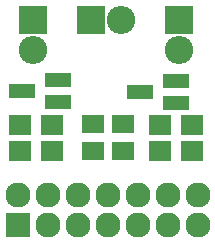
<source format=gbr>
G04 #@! TF.GenerationSoftware,KiCad,Pcbnew,no-vcs-found-7659~57~ubuntu16.10.1*
G04 #@! TF.CreationDate,2017-02-18T23:42:41+01:00*
G04 #@! TF.ProjectId,MysXLedDimmer,4D7973584C656444696D6D65722E6B69,rev?*
G04 #@! TF.FileFunction,Soldermask,Top*
G04 #@! TF.FilePolarity,Negative*
%FSLAX46Y46*%
G04 Gerber Fmt 4.6, Leading zero omitted, Abs format (unit mm)*
G04 Created by KiCad (PCBNEW no-vcs-found-7659~57~ubuntu16.10.1) date Sat Feb 18 23:42:41 2017*
%MOMM*%
%LPD*%
G01*
G04 APERTURE LIST*
%ADD10C,0.100000*%
%ADD11R,1.900000X1.700000*%
%ADD12R,1.900000X1.650000*%
%ADD13R,2.200860X1.200100*%
%ADD14O,2.127200X2.127200*%
%ADD15R,2.127200X2.127200*%
%ADD16O,2.398980X2.398980*%
%ADD17R,2.398980X2.398980*%
G04 APERTURE END LIST*
D10*
D11*
X138019800Y-117970300D03*
X140719800Y-117970300D03*
X152581600Y-117995700D03*
X149881600Y-117995700D03*
D12*
X146741200Y-117970300D03*
X144241200Y-117970300D03*
D11*
X152568900Y-115735100D03*
X149868900Y-115735100D03*
X140719800Y-115722400D03*
X138019800Y-115722400D03*
D12*
X144241200Y-115697000D03*
X146741200Y-115697000D03*
D13*
X138211560Y-112877600D03*
X141213840Y-111927600D03*
X141213840Y-113827600D03*
D14*
X145453100Y-121653300D03*
X145453100Y-124193300D03*
X142913100Y-121653300D03*
X142913100Y-124193300D03*
X140373100Y-121653300D03*
X140373100Y-124193300D03*
X137833100Y-121653300D03*
D15*
X137833100Y-124193300D03*
D14*
X147993100Y-124193300D03*
X147993100Y-121653300D03*
X150533100Y-124193300D03*
X150533100Y-121653300D03*
X153073100Y-124193300D03*
X153073100Y-121653300D03*
D16*
X139115800Y-109410500D03*
D17*
X139115800Y-106870500D03*
D16*
X146558000Y-106870500D03*
D17*
X144018000Y-106870500D03*
D16*
X151485600Y-109397800D03*
D17*
X151485600Y-106857800D03*
D13*
X151196040Y-113903800D03*
X151196040Y-112003800D03*
X148193760Y-112953800D03*
M02*

</source>
